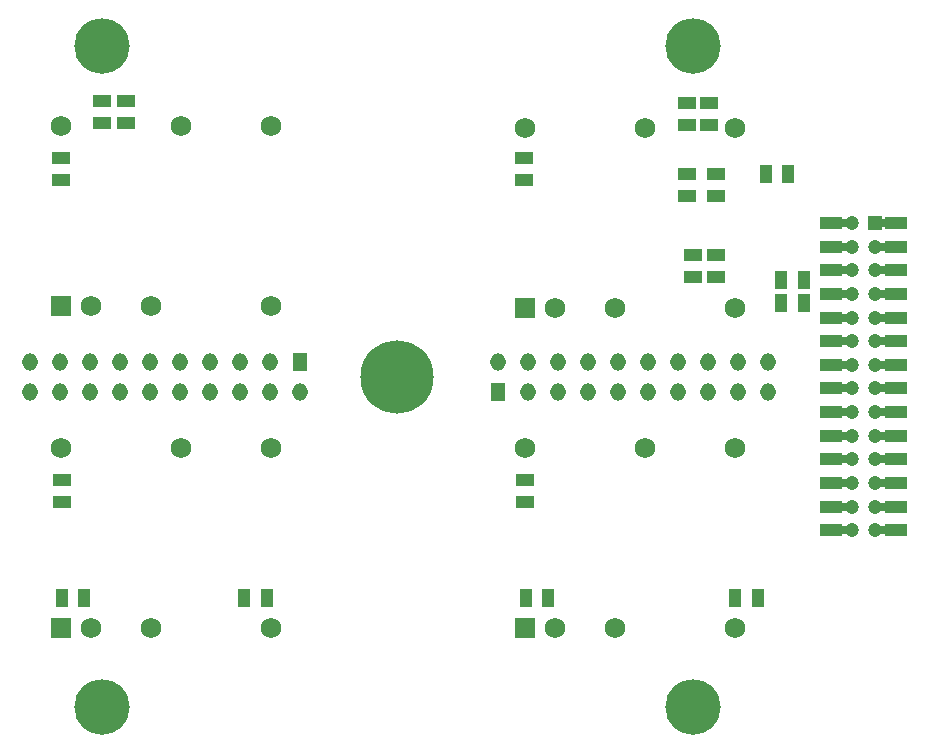
<source format=gbs>
G04*
G04 #@! TF.GenerationSoftware,Altium Limited,Altium Designer,23.9.2 (47)*
G04*
G04 Layer_Color=16711935*
%FSAX42Y42*%
%MOMM*%
G71*
G04*
G04 #@! TF.SameCoordinates,6700F035-4CF4-4C6A-B223-3C7F8516C722*
G04*
G04*
G04 #@! TF.FilePolarity,Negative*
G04*
G01*
G75*
%ADD19C,1.73*%
%ADD20R,1.73X1.73*%
%ADD21O,1.30X1.50*%
%ADD22R,1.30X1.50*%
%ADD23C,1.20*%
%ADD24R,1.20X1.20*%
%ADD25C,4.70*%
%ADD26C,6.20*%
%ADD52R,1.50X1.00*%
%ADD53R,1.00X1.50*%
%ADD54R,1.83X1.02*%
%ADD55R,1.70X0.70*%
D19*
X007650Y003723D02*
D03*
X008666D02*
D03*
X009428D02*
D03*
Y002199D02*
D03*
X008412D02*
D03*
X007904D02*
D03*
X007650Y006438D02*
D03*
X008666D02*
D03*
X009428D02*
D03*
Y004914D02*
D03*
X008412D02*
D03*
X007904D02*
D03*
X003725Y003723D02*
D03*
X004741D02*
D03*
X005503D02*
D03*
Y002199D02*
D03*
X004487D02*
D03*
X003979D02*
D03*
X003725Y006453D02*
D03*
X004741D02*
D03*
X005503D02*
D03*
Y004929D02*
D03*
X004487D02*
D03*
X003979D02*
D03*
D20*
X007650Y002199D02*
D03*
Y004914D02*
D03*
X003725Y002199D02*
D03*
Y004929D02*
D03*
D21*
X005236Y004203D02*
D03*
Y004457D02*
D03*
X005490Y004203D02*
D03*
Y004457D02*
D03*
X005744Y004203D02*
D03*
X004982Y004457D02*
D03*
X004728Y004203D02*
D03*
Y004457D02*
D03*
X004474Y004203D02*
D03*
Y004457D02*
D03*
X004982Y004203D02*
D03*
X004220Y004457D02*
D03*
X003966Y004203D02*
D03*
Y004457D02*
D03*
X003712Y004203D02*
D03*
Y004457D02*
D03*
X004220Y004203D02*
D03*
X003458D02*
D03*
Y004457D02*
D03*
X007930Y004457D02*
D03*
Y004203D02*
D03*
X007676Y004457D02*
D03*
Y004203D02*
D03*
X007422Y004457D02*
D03*
X008184Y004203D02*
D03*
X008438Y004457D02*
D03*
Y004203D02*
D03*
X008692Y004457D02*
D03*
Y004203D02*
D03*
X008184Y004457D02*
D03*
X008946Y004203D02*
D03*
X009200Y004457D02*
D03*
Y004203D02*
D03*
X009454Y004457D02*
D03*
Y004203D02*
D03*
X008946Y004457D02*
D03*
X009708D02*
D03*
Y004203D02*
D03*
D22*
X005744Y004457D02*
D03*
X007422Y004203D02*
D03*
D23*
X010418Y005230D02*
D03*
X010618D02*
D03*
X010418Y005030D02*
D03*
X010618D02*
D03*
Y004630D02*
D03*
X010418D02*
D03*
X010618Y004830D02*
D03*
X010418D02*
D03*
X010418Y005630D02*
D03*
Y005430D02*
D03*
X010618D02*
D03*
Y003030D02*
D03*
X010418D02*
D03*
X010618Y003230D02*
D03*
X010418D02*
D03*
X010618Y003430D02*
D03*
X010418D02*
D03*
X010618Y003630D02*
D03*
X010418D02*
D03*
X010618Y003830D02*
D03*
X010418D02*
D03*
X010618Y004030D02*
D03*
X010418D02*
D03*
Y004430D02*
D03*
X010618D02*
D03*
X010418Y004230D02*
D03*
X010618D02*
D03*
D24*
X010618Y005630D02*
D03*
D25*
X004070Y007130D02*
D03*
X009070D02*
D03*
Y001530D02*
D03*
X004070D02*
D03*
D26*
X006570Y004330D02*
D03*
D52*
X003728Y003455D02*
D03*
Y003265D02*
D03*
X003726Y006185D02*
D03*
Y005995D02*
D03*
X004275Y006475D02*
D03*
Y006665D02*
D03*
X009025Y006047D02*
D03*
Y005858D02*
D03*
Y006650D02*
D03*
Y006460D02*
D03*
X009212Y006650D02*
D03*
Y006460D02*
D03*
X004070Y006665D02*
D03*
Y006475D02*
D03*
X007645Y006185D02*
D03*
Y005995D02*
D03*
X007650Y003265D02*
D03*
Y003455D02*
D03*
X009270Y005360D02*
D03*
Y005170D02*
D03*
X009070Y005360D02*
D03*
Y005170D02*
D03*
X009270Y005858D02*
D03*
Y006047D02*
D03*
D53*
X010012Y005150D02*
D03*
X009822D02*
D03*
X009690Y006047D02*
D03*
X009880D02*
D03*
X007655Y002455D02*
D03*
X007845D02*
D03*
X010012Y004957D02*
D03*
X009822D02*
D03*
X009432Y002455D02*
D03*
X005465Y002455D02*
D03*
X003917Y002455D02*
D03*
X003728D02*
D03*
X005275Y002455D02*
D03*
X009622Y002455D02*
D03*
D54*
X010243Y005230D02*
D03*
X010793D02*
D03*
X010243Y005030D02*
D03*
X010793D02*
D03*
X010243Y004830D02*
D03*
Y004630D02*
D03*
X010793D02*
D03*
Y004830D02*
D03*
Y005430D02*
D03*
Y005630D02*
D03*
X010243D02*
D03*
Y005430D02*
D03*
Y003030D02*
D03*
Y003230D02*
D03*
X010793D02*
D03*
Y003030D02*
D03*
Y003830D02*
D03*
Y003430D02*
D03*
Y003630D02*
D03*
Y004030D02*
D03*
Y004430D02*
D03*
Y004230D02*
D03*
X010243Y004430D02*
D03*
Y004230D02*
D03*
Y004030D02*
D03*
Y003830D02*
D03*
Y003430D02*
D03*
Y003630D02*
D03*
D55*
X010353Y005230D02*
D03*
X010683D02*
D03*
X010353Y005030D02*
D03*
X010683D02*
D03*
X010353Y004630D02*
D03*
Y004830D02*
D03*
X010683Y004630D02*
D03*
Y004830D02*
D03*
X010683Y005630D02*
D03*
Y005430D02*
D03*
X010353Y005630D02*
D03*
Y005430D02*
D03*
Y003030D02*
D03*
Y003230D02*
D03*
X010683Y003030D02*
D03*
Y003230D02*
D03*
X010683Y004430D02*
D03*
Y004230D02*
D03*
Y004030D02*
D03*
Y003830D02*
D03*
Y003630D02*
D03*
X010353Y004430D02*
D03*
Y004230D02*
D03*
Y004030D02*
D03*
Y003830D02*
D03*
Y003630D02*
D03*
Y003430D02*
D03*
X010683D02*
D03*
M02*

</source>
